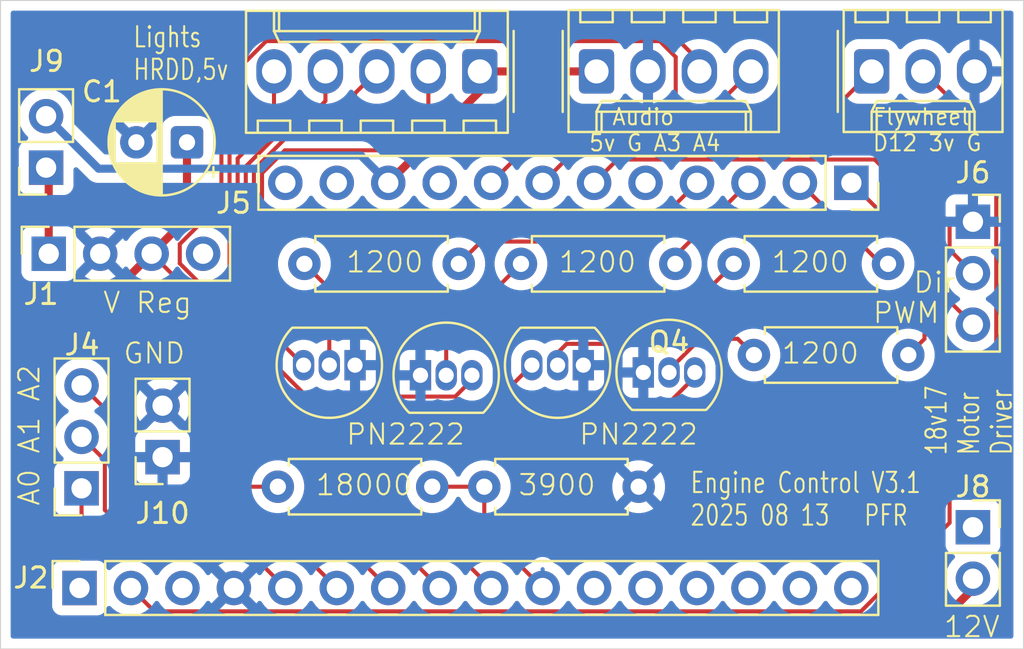
<source format=kicad_pcb>
(kicad_pcb (version 20241229) (generator "pcbnew") (generator_version "9.0")
  (layers (0 "F.Cu" signal) (2 "B.Cu" signal) (13 "F.Paste" user) (15 "B.Paste" user) (5 "F.SilkS" user "F.Silkscreen") (7 "B.SilkS" user "B.Silkscreen") (1 "F.Mask" user) (3 "B.Mask" user) (25 "Edge.Cuts" user))
  (net 0 "")
  (net 1 "+12P")
  (net 2 "GND")
  (net 3 "/5V")
  (net 5 "+3.3V")
  (net 6 "/A0")
  (net 9 "/A3")
  (net 11 "/A4")
  (net 12 "Net-(J2-Pin_10)")
  (net 16 "/A2")
  (net 18 "/A1")
  (net 20 "/5Volts")
  (net 22 "/RPS")
  (net 23 "Net-(J5-Pin_1)")
  (net 26 "Net-(J5-Pin_2)")
  (net 27 "/PWM")
  (net 28 "Net-(J5-Pin_3)")
  (net 29 "/DIR")
  (net 30 "Net-(J5-Pin_4)")
  (net 33 "/Ditchleft")
  (net 34 "/Rearlight")
  (net 35 "/DitchRight")
  (net 36 "/Headlight")
  (net 37 "Net-(Q1-B)")
  (net 38 "Net-(Q2-B)")
  (net 39 "Net-(Q3-B)")
  (net 40 "Net-(Q4-B)")
  (footprint "Connector_PinSocket_2.54mm:PinSocket_1x12_P2.54mm_Vertical" (layer "F.Cu") (at 142.5 75 -90)
    (property "Reference" "J5" (at 1 30.5 0) (layer "F.SilkS"))
    (property "Value" "Conn_01x12_Socket" (hide yes))
    (pad "1" thru_hole rect (at 0 0 270) (size 1.7 1.7) (drill 1) (layers "*.Cu" "*.Mask") (net 23 "Net-(J5-Pin_1)"))
    (pad "2" thru_hole circle (at 0 2.54 270) (size 1.7 1.7) (drill 1) (layers "*.Cu" "*.Mask") (net 26 "Net-(J5-Pin_2)"))
    (pad "3" thru_hole circle (at 0 5.08 270) (size 1.7 1.7) (drill 1) (layers "*.Cu" "*.Mask") (net 28 "Net-(J5-Pin_3)"))
    (pad "4" thru_hole circle (at 0 7.62 270) (size 1.7 1.7) (drill 1) (layers "*.Cu" "*.Mask") (net 30 "Net-(J5-Pin_4)"))
    (pad "5" thru_hole circle (at 0 10.16 270) (size 1.7 1.7) (drill 1) (layers "*.Cu" "*.Mask"))
    (pad "6" thru_hole circle (at 0 12.7 270) (size 1.7 1.7) (drill 1) (layers "*.Cu" "*.Mask") (net 27 "/PWM"))
    (pad "7" thru_hole circle (at 0 15.24 270) (size 1.7 1.7) (drill 1) (layers "*.Cu" "*.Mask") (net 29 "/DIR"))
    (pad "8" thru_hole circle (at 0 17.78 270) (size 1.7 1.7) (drill 1) (layers "*.Cu" "*.Mask") (net 22 "/RPS"))
    (pad "9" thru_hole circle (at 0 20.32 270) (size 1.7 1.7) (drill 1) (layers "*.Cu" "*.Mask"))
    (pad "10" thru_hole circle (at 0 22.86 270) (size 1.7 1.7) (drill 1) (layers "*.Cu" "*.Mask") (net 20 "/5Volts"))
    (pad "11" thru_hole circle (at 0 25.4 270) (size 1.7 1.7) (drill 1) (layers "*.Cu" "*.Mask"))
    (pad "12" thru_hole circle (at 0 27.94 270) (size 1.7 1.7) (drill 1) (layers "*.Cu" "*.Mask"))
  )
  (footprint "Connector_PinSocket_2.54mm:PinSocket_1x03_P2.54mm_Vertical" (layer "F.Cu") (at 148.5 76.92)
    (property "Reference" "J6" (at 0 -2.42 0) (layer "F.SilkS"))
    (property "Value" "Conn_01x03_Socket" (hide yes))
    (pad "1" thru_hole rect (at 0 0) (size 1.7 1.7) (drill 1) (layers "*.Cu" "*.Mask") (net 2 "GND"))
    (pad "2" thru_hole circle (at 0 2.54) (size 1.7 1.7) (drill 1) (layers "*.Cu" "*.Mask") (net 29 "/DIR"))
    (pad "3" thru_hole circle (at 0 5.08) (size 1.7 1.7) (drill 1) (layers "*.Cu" "*.Mask") (net 27 "/PWM"))
  )
  (footprint "Resistor_THT:R_Axial_DIN0207_L6.3mm_D2.5mm_P7.62mm_Horizontal" (layer "F.Cu") (at 145.31 83.5 180)
    (property "Reference" "R6" (hide yes))
    (property "Value" "R_Small" (hide yes))
    (pad "1" thru_hole circle (at 0 0 180) (size 1.6 1.6) (drill 0.8) (layers "*.Cu" "*.Mask") (net 23 "Net-(J5-Pin_1)"))
    (pad "2" thru_hole circle (at 7.62 0 180) (size 1.6 1.6) (drill 0.8) (layers "*.Cu" "*.Mask") (net 40 "Net-(Q4-B)"))
  )
  (footprint "Resistor_THT:R_Axial_DIN0207_L6.3mm_D2.5mm_P7.62mm_Horizontal" (layer "F.Cu") (at 123.12 79 180)
    (property "Reference" "R1" (hide yes))
    (property "Value" "R_Small" (hide yes))
    (pad "1" thru_hole circle (at 0 0 180) (size 1.6 1.6) (drill 0.8) (layers "*.Cu" "*.Mask") (net 30 "Net-(J5-Pin_4)"))
    (pad "2" thru_hole circle (at 7.62 0 180) (size 1.6 1.6) (drill 0.8) (layers "*.Cu" "*.Mask") (net 37 "Net-(Q1-B)"))
  )
  (footprint "Resistor_THT:R_Axial_DIN0207_L6.3mm_D2.5mm_P7.62mm_Horizontal" (layer "F.Cu") (at 114.19 90)
    (property "Reference" "R4" (hide yes))
    (property "Value" "R_Small" (hide yes))
    (pad "1" thru_hole circle (at 0 0) (size 1.6 1.6) (drill 0.8) (layers "*.Cu" "*.Mask") (net 1 "+12P"))
    (pad "2" thru_hole circle (at 7.62 0) (size 1.6 1.6) (drill 0.8) (layers "*.Cu" "*.Mask") (net 12 "Net-(J2-Pin_10)"))
  )
  (footprint "Resistor_THT:R_Axial_DIN0207_L6.3mm_D2.5mm_P7.62mm_Horizontal" (layer "F.Cu") (at 133.81 79 180)
    (property "Reference" "R2" (hide yes))
    (property "Value" "R_Small" (hide yes))
    (pad "1" thru_hole circle (at 0 0 180) (size 1.6 1.6) (drill 0.8) (layers "*.Cu" "*.Mask") (net 28 "Net-(J5-Pin_3)"))
    (pad "2" thru_hole circle (at 7.62 0 180) (size 1.6 1.6) (drill 0.8) (layers "*.Cu" "*.Mask") (net 38 "Net-(Q2-B)"))
  )
  (footprint "Package_TO_SOT_THT:TO-92_Inline" (layer "F.Cu") (at 132.23 84.36)
    (property "Reference" "Q4" (at 1.27 -1.5 0) (layer "F.SilkS"))
    (property "Value" "PN2222A" (hide yes))
    (pad "1" thru_hole rect (at 0 0) (size 1.05 1.5) (drill 0.75) (layers "*.Cu" "*.Mask") (net 2 "GND"))
    (pad "2" thru_hole oval (at 1.27 0) (size 1.05 1.5) (drill 0.75) (layers "*.Cu" "*.Mask") (net 40 "Net-(Q4-B)"))
    (pad "3" thru_hole oval (at 2.54 0) (size 1.05 1.5) (drill 0.75) (layers "*.Cu" "*.Mask") (net 36 "/Headlight"))
  )
  (footprint "Capacitor_THT:CP_Radial_D5.0mm_P2.50mm" (layer "F.Cu") (at 109.705113 73 180)
    (property "Reference" "C1" (at 4.205113 2.5 0) (layer "F.SilkS"))
    (property "Value" "C_Polarized_Small" (hide yes))
    (pad "1" thru_hole roundrect (at 0 0 180) (size 1.6 1.6) (drill 0.8) (layers "*.Cu" "*.Mask") (roundrect_rratio 0.15625) (net 1 "+12P"))
    (pad "2" thru_hole circle (at 2.5 0 180) (size 1.6 1.6) (drill 0.8) (layers "*.Cu" "*.Mask") (net 2 "GND"))
  )
  (footprint "Connector_Molex:Molex_KK-254_AE-6410-04A_1x04_P2.54mm_Vertical" (layer "F.Cu") (at 129.92 69.5)
    (property "Reference" "J3" (hide yes))
    (property "Value" "Conn_01x04_Socket" (hide yes))
    (pad "1" thru_hole roundrect (at 0 0) (size 1.74 2.19) (drill 1.19) (layers "*.Cu" "*.Mask") (roundrect_rratio 0.143678) (net 20 "/5Volts"))
    (pad "2" thru_hole oval (at 2.54 0) (size 1.74 2.19) (drill 1.19) (layers "*.Cu" "*.Mask") (net 2 "GND"))
    (pad "3" thru_hole oval (at 5.08 0) (size 1.74 2.19) (drill 1.19) (layers "*.Cu" "*.Mask") (net 9 "/A3"))
    (pad "4" thru_hole oval (at 7.62 0) (size 1.74 2.19) (drill 1.19) (layers "*.Cu" "*.Mask") (net 11 "/A4"))
  )
  (footprint "Connector_Molex:Molex_KK-254_AE-6410-03A_1x03_P2.54mm_Vertical" (layer "F.Cu") (at 143.5 69.5)
    (property "Reference" "J7" (hide yes))
    (property "Value" "Conn_01x03_Socket" (hide yes))
    (pad "1" thru_hole roundrect (at 0 0) (size 1.74 2.19) (drill 1.19) (layers "*.Cu" "*.Mask") (roundrect_rratio 0.143678) (net 22 "/RPS"))
    (pad "2" thru_hole oval (at 2.54 0) (size 1.74 2.19) (drill 1.19) (layers "*.Cu" "*.Mask") (net 5 "+3.3V"))
    (pad "3" thru_hole oval (at 5.08 0) (size 1.74 2.19) (drill 1.19) (layers "*.Cu" "*.Mask") (net 2 "GND"))
  )
  (footprint "Package_TO_SOT_THT:TO-92_Inline" (layer "F.Cu") (at 121.23 84.5)
    (property "Reference" "Q2" (hide yes))
    (property "Value" "PN2222A" (hide yes))
    (pad "1" thru_hole rect (at 0 0) (size 1.05 1.5) (drill 0.75) (layers "*.Cu" "*.Mask") (net 2 "GND"))
    (pad "2" thru_hole oval (at 1.27 0) (size 1.05 1.5) (drill 0.75) (layers "*.Cu" "*.Mask") (net 38 "Net-(Q2-B)"))
    (pad "3" thru_hole oval (at 2.54 0) (size 1.05 1.5) (drill 0.75) (layers "*.Cu" "*.Mask") (net 33 "/Ditchleft"))
  )
  (footprint "Connector_PinSocket_2.54mm:PinSocket_1x03_P2.54mm_Vertical" (layer "F.Cu") (at 104.5 90.08 180)
    (property "Reference" "J4" (at -0.025 7.08 0) (layer "F.SilkS"))
    (property "Value" "Conn_01x03_Socket" (hide yes))
    (pad "1" thru_hole rect (at 0 0 180) (size 1.7 1.7) (drill 1) (layers "*.Cu" "*.Mask") (net 6 "/A0"))
    (pad "2" thru_hole circle (at 0 2.54 180) (size 1.7 1.7) (drill 1) (layers "*.Cu" "*.Mask") (net 18 "/A1"))
    (pad "3" thru_hole circle (at 0 5.08 180) (size 1.7 1.7) (drill 1) (layers "*.Cu" "*.Mask") (net 16 "/A2"))
  )
  (footprint "Connector_PinSocket_2.54mm:PinSocket_1x04_P2.54mm_Vertical" (layer "F.Cu") (at 102.88 78.5 90)
    (property "Reference" "J1" (at -2 -0.38 0) (layer "F.SilkS"))
    (property "Value" "Conn_01x04_Socket" (hide yes))
    (pad "1" thru_hole rect (at 0 0 90) (size 1.7 1.7) (drill 1) (layers "*.Cu" "*.Mask") (net 3 "/5V"))
    (pad "2" thru_hole circle (at 0 2.54 90) (size 1.7 1.7) (drill 1) (layers "*.Cu" "*.Mask") (net 2 "GND"))
    (pad "3" thru_hole circle (at 0 5.08 90) (size 1.7 1.7) (drill 1) (layers "*.Cu" "*.Mask") (net 1 "+12P"))
    (pad "4" thru_hole circle (at 0 7.62 90) (size 1.7 1.7) (drill 1) (layers "*.Cu" "*.Mask"))
  )
  (footprint "Connector_PinSocket_2.54mm:PinSocket_1x16_P2.54mm_Vertical" (layer "F.Cu") (at 104.4 95 90)
    (property "Reference" "J2" (at 0.5 -2.4 0) (layer "F.SilkS"))
    (property "Value" "Conn_01x16_Socket" (hide yes))
    (pad "1" thru_hole rect (at 0 0 90) (size 1.7 1.7) (drill 1) (layers "*.Cu" "*.Mask"))
    (pad "2" thru_hole circle (at 0 2.54 90) (size 1.7 1.7) (drill 1) (layers "*.Cu" "*.Mask") (net 5 "+3.3V"))
    (pad "3" thru_hole circle (at 0 5.08 90) (size 1.7 1.7) (drill 1) (layers "*.Cu" "*.Mask"))
    (pad "4" thru_hole circle (at 0 7.62 90) (size 1.7 1.7) (drill 1) (layers "*.Cu" "*.Mask") (net 2 "GND"))
    (pad "5" thru_hole circle (at 0 10.16 90) (size 1.7 1.7) (drill 1) (layers "*.Cu" "*.Mask") (net 6 "/A0"))
    (pad "6" thru_hole circle (at 0 12.7 90) (size 1.7 1.7) (drill 1) (layers "*.Cu" "*.Mask") (net 18 "/A1"))
    (pad "7" thru_hole circle (at 0 15.24 90) (size 1.7 1.7) (drill 1) (layers "*.Cu" "*.Mask") (net 16 "/A2"))
    (pad "8" thru_hole circle (at 0 17.78 90) (size 1.7 1.7) (drill 1) (layers "*.Cu" "*.Mask") (net 9 "/A3"))
    (pad "9" thru_hole circle (at 0 20.32 90) (size 1.7 1.7) (drill 1) (layers "*.Cu" "*.Mask") (net 11 "/A4"))
    (pad "10" thru_hole circle (at 0 22.86 90) (size 1.7 1.7) (drill 1) (layers "*.Cu" "*.Mask") (net 12 "Net-(J2-Pin_10)"))
    (pad "11" thru_hole circle (at 0 25.4 90) (size 1.7 1.7) (drill 1) (layers "*.Cu" "*.Mask"))
    (pad "12" thru_hole circle (at 0 27.94 90) (size 1.7 1.7) (drill 1) (layers "*.Cu" "*.Mask"))
    (pad "13" thru_hole circle (at 0 30.48 90) (size 1.7 1.7) (drill 1) (layers "*.Cu" "*.Mask"))
    (pad "14" thru_hole circle (at 0 33.02 90) (size 1.7 1.7) (drill 1) (layers "*.Cu" "*.Mask"))
    (pad "15" thru_hole circle (at 0 35.56 90) (size 1.7 1.7) (drill 1) (layers "*.Cu" "*.Mask"))
    (pad "16" thru_hole circle (at 0 38.1 90) (size 1.7 1.7) (drill 1) (layers "*.Cu" "*.Mask"))
  )
  (footprint "Connector_PinSocket_2.54mm:PinSocket_1x02_P2.54mm_Vertical" (layer "F.Cu") (at 102.75 74.25 180)
    (property "Reference" "J9" (at -0.025 5.25 0) (layer "F.SilkS"))
    (property "Value" "Conn_01x02_Socket" (hide yes))
    (pad "1" thru_hole rect (at 0 0 180) (size 1.7 1.7) (drill 1) (layers "*.Cu" "*.Mask") (net 3 "/5V"))
    (pad "2" thru_hole circle (at 0 2.54 180) (size 1.7 1.7) (drill 1) (layers "*.Cu" "*.Mask") (net 20 "/5Volts"))
  )
  (footprint "Connector_Molex:Molex_KK-254_AE-6410-05A_1x05_P2.54mm_Vertical" (layer "F.Cu") (at 124.16 69.5 180)
    (property "Reference" "J11" (hide yes))
    (property "Value" "Conn_01x05_Socket" (hide yes))
    (pad "1" thru_hole roundrect (at 0 0 180) (size 1.74 2.19) (drill 1.19) (layers "*.Cu" "*.Mask") (roundrect_rratio 0.143678) (net 20 "/5Volts"))
    (pad "2" thru_hole oval (at 2.54 0 180) (size 1.74 2.19) (drill 1.19) (layers "*.Cu" "*.Mask") (net 35 "/DitchRight"))
    (pad "3" thru_hole oval (at 5.08 0 180) (size 1.74 2.19) (drill 1.19) (layers "*.Cu" "*.Mask") (net 33 "/Ditchleft"))
    (pad "4" thru_hole oval (at 7.62 0 180) (size 1.74 2.19) (drill 1.19) (layers "*.Cu" "*.Mask") (net 34 "/Rearlight"))
    (pad "5" thru_hole oval (at 10.16 0 180) (size 1.74 2.19) (drill 1.19) (layers "*.Cu" "*.Mask") (net 36 "/Headlight"))
  )
  (footprint "Resistor_THT:R_Axial_DIN0207_L6.3mm_D2.5mm_P7.62mm_Horizontal" (layer "F.Cu") (at 124.38 90)
    (property "Reference" "R3" (hide yes))
    (property "Value" "R_Small" (hide yes))
    (pad "1" thru_hole circle (at 0 0) (size 1.6 1.6) (drill 0.8) (layers "*.Cu" "*.Mask") (net 12 "Net-(J2-Pin_10)"))
    (pad "2" thru_hole circle (at 7.62 0) (size 1.6 1.6) (drill 0.8) (layers "*.Cu" "*.Mask") (net 2 "GND"))
  )
  (footprint "Connector_PinSocket_2.54mm:PinSocket_1x02_P2.54mm_Vertical" (layer "F.Cu") (at 108.5 88.54 180)
    (property "Reference" "J10" (at 0 -2.77 0) (layer "F.SilkS"))
    (property "Value" "Conn_01x02_Socket" (hide yes))
    (pad "1" thru_hole rect (at 0 0 180) (size 1.7 1.7) (drill 1) (layers "*.Cu" "*.Mask") (net 2 "GND"))
    (pad "2" thru_hole circle (at 0 2.54 180) (size 1.7 1.7) (drill 1) (layers "*.Cu" "*.Mask") (net 2 "GND"))
  )
  (footprint "Connector_PinSocket_2.54mm:PinSocket_1x02_P2.54mm_Vertical" (layer "F.Cu") (at 148.5 92)
    (property "Reference" "J8" (at 0 -2 0) (layer "F.SilkS"))
    (property "Value" "Conn_01x02_Socket" (hide yes))
    (pad "1" thru_hole rect (at 0 0) (size 1.7 1.7) (drill 1) (layers "*.Cu" "*.Mask"))
    (pad "2" thru_hole circle (at 0 2.54) (size 1.7 1.7) (drill 1) (layers "*.Cu" "*.Mask") (net 1 "+12P"))
  )
  (footprint "Package_TO_SOT_THT:TO-92_Inline" (layer "F.Cu") (at 118 84 180)
    (property "Reference" "Q1" (hide yes))
    (property "Value" "PN2222A" (hide yes))
    (pad "1" thru_hole rect (at 0 0 180) (size 1.05 1.5) (drill 0.75) (layers "*.Cu" "*.Mask") (net 2 "GND"))
    (pad "2" thru_hole oval (at 1.27 0 180) (size 1.05 1.5) (drill 0.75) (layers "*.Cu" "*.Mask") (net 37 "Net-(Q1-B)"))
    (pad "3" thru_hole oval (at 2.54 0 180) (size 1.05 1.5) (drill 0.75) (layers "*.Cu" "*.Mask") (net 35 "/DitchRight"))
  )
  (footprint "Resistor_THT:R_Axial_DIN0207_L6.3mm_D2.5mm_P7.62mm_Horizontal" (layer "F.Cu") (at 144.31 79 180)
    (property "Reference" "R5" (hide yes))
    (property "Value" "R_Small" (hide yes))
    (pad "1" thru_hole circle (at 0 0 180) (size 1.6 1.6) (drill 0.8) (layers "*.Cu" "*.Mask") (net 26 "Net-(J5-Pin_2)"))
    (pad "2" thru_hole circle (at 7.62 0 180) (size 1.6 1.6) (drill 0.8) (layers "*.Cu" "*.Mask") (net 39 "Net-(Q3-B)"))
  )
  (footprint "Package_TO_SOT_THT:TO-92_Inline" (layer "F.Cu") (at 129.27 84 180)
    (property "Reference" "Q3" (hide yes))
    (property "Value" "PN2222A" (hide yes))
    (pad "1" thru_hole rect (at 0 0 180) (size 1.05 1.5) (drill 0.75) (layers "*.Cu" "*.Mask") (net 2 "GND"))
    (pad "2" thru_hole oval (at 1.27 0 180) (size 1.05 1.5) (drill 0.75) (layers "*.Cu" "*.Mask") (net 39 "Net-(Q3-B)"))
    (pad "3" thru_hole oval (at 2.54 0 180) (size 1.05 1.5) (drill 0.75) (layers "*.Cu" "*.Mask") (net 34 "/Rearlight"))
  )
  (gr_rect (start 100.5 66) (end 151 98) (stroke (width 0.05)) (fill no) (layer "Edge.Cuts"))
  (gr_text "Engine Control V3.1\n2025 08 13   PFR" (at 134.5 92 0) (layer "F.SilkS") (effects (font (size 1 0.75) (thickness 0.1)) (justify left bottom)))
  (gr_text "Lights\nHRDD,5v" (at 107 70 0) (layer "F.SilkS") (effects (font (size 1 0.75) (thickness 0.1)) (justify left bottom)))
  (gr_text "1200" (at 138.5 79.5 0) (layer "F.SilkS") (effects (font (size 1 1) (thickness 0.1)) (justify left bottom)))
  (gr_text "18000" (at 116 90.5 0) (layer "F.SilkS") (effects (font (size 1 1) (thickness 0.1)) (justify left bottom)))
  (gr_text "1200" (at 139 84 0) (layer "F.SilkS") (effects (font (size 1 1) (thickness 0.1)) (justify left bottom)))
  (gr_text "Dir" (at 145.5 80.5 0) (layer "F.SilkS") (effects (font (size 1 1) (thickness 0.1)) (justify left bottom)))
  (gr_text "PN2222" (at 117.5 88 0) (layer "F.SilkS") (effects (font (size 1 1) (thickness 0.1)) (justify left bottom)))
  (gr_text "GND" (at 106.5 84 0) (layer "F.SilkS") (effects (font (size 1 1) (thickness 0.1)) (justify left bottom)))
  (gr_text "1200" (at 128 79.5 0) (layer "F.SilkS") (effects (font (size 1 1) (thickness 0.1)) (justify left bottom)))
  (gr_text "1200" (at 117.5 79.5 0) (layer "F.SilkS") (effects (font (size 1 1) (thickness 0.1)) (justify left bottom)))
  (gr_text "PWM" (at 143.5 82 0) (layer "F.SilkS") (effects (font (size 1 1) (thickness 0.1)) (justify left bottom)))
  (gr_text "3900" (at 126 90.5 0) (layer "F.SilkS") (effects (font (size 1 1) (thickness 0.1)) (justify left bottom)))
  (gr_text "A0 A1 A2" (at 102.5 91 90) (layer "F.SilkS") (effects (font (size 1 1) (thickness 0.1)) (justify left bottom)))
  (gr_text "Flywheel\nD12 3v G" (at 143.5 73.5 0) (layer "F.SilkS") (effects (font (size 0.8 0.75) (thickness 0.1)) (justify left bottom)))
  (gr_text "12V" (at 147 97.5 0) (layer "F.SilkS") (effects (font (size 1 1) (thickness 0.1)) (justify left bottom)))
  (gr_text "PN2222" (at 129 88 0) (layer "F.SilkS") (effects (font (size 1 1) (thickness 0.1)) (justify left bottom)))
  (gr_text "V Reg" (at 105.5 81.5 0) (layer "F.SilkS") (effects (font (size 1 1) (thickness 0.1)) (justify left bottom)))
  (gr_text "18v17\nMotor\nDriver" (at 150.5 88.5 90) (layer "F.SilkS") (effects (font (size 1 0.75) (thickness 0.1)) (justify left bottom)))
  (gr_text "  Audio\n5v G A3 A4" (at 129.5 73.5 0) (layer "F.SilkS") (effects (font (size 0.8 0.75) (thickness 0.1)) (justify left bottom)))
  (segment (start 146.54 97) (end 101.5 97) (width 0.4) (layer "F.Cu") (net 1))
  (segment (start 101.5 84.96) (end 107.96 78.5) (width 0.4) (layer "F.Cu") (net 1))
  (segment (start 101.5 97) (end 101.5 84.96) (width 0.4) (layer "F.Cu") (net 1))
  (segment (start 112 90) (end 110.5 88.5) (width 0.2) (layer "F.Cu") (net 1))
  (segment (start 114.19 90) (end 112 90) (width 0.2) (layer "F.Cu") (net 1))
  (segment (start 110.5 88.5) (end 110.5 81.04) (width 0.2) (layer "F.Cu") (net 1))
  (segment (start 109.705113 73) (end 109.705113 76.754887) (width 0.4) (layer "F.Cu") (net 1))
  (segment (start 148.5 95.04) (end 146.54 97) (width 0.4) (layer "F.Cu") (net 1))
  (segment (start 110.5 81.04) (end 107.96 78.5) (width 0.2) (layer "F.Cu") (net 1))
  (segment (start 109.705113 76.754887) (end 107.96 78.5) (width 0.4) (layer "F.Cu") (net 1))
  (segment (start 102.88 78.5) (end 102.88 74.38) (width 0.4) (layer "F.Cu") (net 3))
  (segment (start 102.88 74.38) (end 102.75 74.25) (width 0.2) (layer "F.Cu") (net 3))
  (segment (start 149.651 83.349) (end 149.651 73.111) (width 0.2) (layer "F.Cu") (net 5))
  (segment (start 106.94 95) (end 108.091 96.151) (width 0.2) (layer "F.Cu") (net 5))
  (segment (start 147.349 85.651) (end 149.651 83.349) (width 0.2) (layer "F.Cu") (net 5))
  (segment (start 147.349 91.77876) (end 147.349 85.651) (width 0.2) (layer "F.Cu") (net 5))
  (segment (start 108.091 96.151) (end 142.97676 96.151) (width 0.2) (layer "F.Cu") (net 5))
  (segment (start 142.97676 96.151) (end 147.349 91.77876) (width 0.2) (layer "F.Cu") (net 5))
  (segment (start 149.651 73.111) (end 146.04 69.5) (width 0.2) (layer "F.Cu") (net 5))
  (segment (start 114.56 95) (end 112.56 93) (width 0.2) (layer "F.Cu") (net 6))
  (segment (start 105.5 93) (end 104.5 92) (width 0.2) (layer "F.Cu") (net 6))
  (segment (start 112.56 93) (end 105.5 93) (width 0.2) (layer "F.Cu") (net 6))
  (segment (start 104.5 92) (end 104.5 90.08) (width 0.2) (layer "F.Cu") (net 6))
  (segment (start 113.448856 67.603) (end 133.603 67.603) (width 0.2) (layer "F.Cu") (net 9))
  (segment (start 109.349 78.97676) (end 109.349 78.02324) (width 0.2) (layer "F.Cu") (net 9))
  (segment (start 111.404 75.96824) (end 111.404 69.647856) (width 0.2) (layer "F.Cu") (net 9))
  (segment (start 135 69) (end 135 69.5) (width 0.2) (layer "F.Cu") (net 9))
  (segment (start 111.404 69.647856) (end 113.448856 67.603) (width 0.2) (layer "F.Cu") (net 9))
  (segment (start 109.349 78.02324) (end 111.404 75.96824) (width 0.2) (layer "F.Cu") (net 9))
  (segment (start 122.18 95) (end 110.97676 83.79676) (width 0.2) (layer "F.Cu") (net 9))
  (segment (start 110.97676 80.60452) (end 109.349 78.97676) (width 0.2) (layer "F.Cu") (net 9))
  (segment (start 110.97676 83.79676) (end 110.97676 80.60452) (width 0.2) (layer "F.Cu") (net 9))
  (segment (start 133.603 67.603) (end 135 69) (width 0.2) (layer "F.Cu") (net 9))
  (segment (start 111.805 69.813956) (end 113.614956 68.004) (width 0.2) (layer "F.Cu") (net 11))
  (segment (start 124.72 95) (end 120.821 91.101) (width 0.2) (layer "F.Cu") (net 11))
  (segment (start 119.46656 91.101) (end 111.805 83.43944) (width 0.2) (layer "F.Cu") (net 11))
  (segment (start 113.614956 68.004) (end 133.043044 68.004) (width 0.2) (layer "F.Cu") (net 11))
  (segment (start 133.829 68.789956) (end 133.829 71.829) (width 0.2) (layer "F.Cu") (net 11))
  (segment (start 111.805 83.43944) (end 111.805 69.813956) (width 0.2) (layer "F.Cu") (net 11))
  (segment (start 135.04 72) (end 137.54 69.5) (width 0.2) (layer "F.Cu") (net 11))
  (segment (start 133.829 71.829) (end 134 72) (width 0.2) (layer "F.Cu") (net 11))
  (segment (start 134 72) (end 135.04 72) (width 0.2) (layer "F.Cu") (net 11))
  (segment (start 120.821 91.101) (end 119.46656 91.101) (width 0.2) (layer "F.Cu") (net 11))
  (segment (start 133.043044 68.004) (end 133.829 68.789956) (width 0.2) (layer "F.Cu") (net 11))
  (segment (start 124.38 90) (end 124.38 92.12) (width 0.2) (layer "F.Cu") (net 12))
  (segment (start 121.81 90) (end 124.38 90) (width 0.2) (layer "F.Cu") (net 12))
  (segment (start 124.38 92.12) (end 127.26 95) (width 0.2) (layer "F.Cu") (net 12))
  (segment (start 127.26 94.07) (end 127.26 95) (width 0.2) (layer "B.Cu") (net 12))
  (segment (start 116.64 92) (end 107.5 92) (width 0.2) (layer "F.Cu") (net 16))
  (segment (start 106.5 91) (end 106.5 87) (width 0.2) (layer "F.Cu") (net 16))
  (segment (start 106.5 87) (end 104.5 85) (width 0.2) (layer "F.Cu") (net 16))
  (segment (start 119.64 95) (end 116.64 92) (width 0.2) (layer "F.Cu") (net 16))
  (segment (start 107.5 92) (end 106.5 91) (width 0.2) (layer "F.Cu") (net 16))
  (segment (start 117.1 95) (end 114.501 92.401) (width 0.2) (layer "F.Cu") (net 18))
  (segment (start 105.651 88.691) (end 104.5 87.54) (width 0.2) (layer "F.Cu") (net 18))
  (segment (start 114.501 92.401) (end 106.901 92.401) (width 0.2) (layer "F.Cu") (net 18))
  (segment (start 106.901 92.401) (end 105.651 91.151) (width 0.2) (layer "F.Cu") (net 18))
  (segment (start 105.651 91.151) (end 105.651 88.691) (width 0.2) (layer "F.Cu") (net 18))
  (segment (start 119.64 75) (end 124.16 70.48) (width 0.4) (layer "F.Cu") (net 20))
  (segment (start 124.16 69.5) (end 129.92 69.5) (width 0.4) (layer "F.Cu") (net 20))
  (segment (start 124.16 70.48) (end 124.16 69.5) (width 0.4) (layer "F.Cu") (net 20))
  (segment (start 118.289 73.649) (end 119.64 75) (width 0.4) (layer "B.Cu") (net 20))
  (segment (start 114.000397 73.649) (end 118.289 73.649) (width 0.4) (layer "B.Cu") (net 20))
  (segment (start 102.75 71.71) (end 105.341 74.301) (width 0.4) (layer "B.Cu") (net 20))
  (segment (start 113.348397 74.301) (end 114.000397 73.649) (width 0.4) (layer "B.Cu") (net 20))
  (segment (start 105.341 74.301) (end 113.348397 74.301) (width 0.4) (layer "B.Cu") (net 20))
  (segment (start 126.72 73) (end 140 73) (width 0.2) (layer "F.Cu") (net 22))
  (segment (start 140 73) (end 143.5 69.5) (width 0.2) (layer "F.Cu") (net 22))
  (segment (start 124.72 75) (end 126.72 73) (width 0.2) (layer "F.Cu") (net 22))
  (segment (start 146.109999 78.609999) (end 146.109999 82.700001) (width 0.2) (layer "F.Cu") (net 23))
  (segment (start 142.5 75) (end 146.109999 78.609999) (width 0.2) (layer "F.Cu") (net 23))
  (segment (start 146.109999 82.700001) (end 145.31 83.5) (width 0.2) (layer "F.Cu") (net 23))
  (segment (start 139.96 75) (end 143.96 79) (width 0.2) (layer "F.Cu") (net 26))
  (segment (start 143.96 79) (end 144.31 79) (width 0.2) (layer "F.Cu") (net 26))
  (segment (start 130.951 73.849) (end 143.651 73.849) (width 0.2) (layer "F.Cu") (net 27))
  (segment (start 146.510999 76.708999) (end 146.510999 81) (width 0.2) (layer "F.Cu") (net 27))
  (segment (start 146.510999 81) (end 147.5 81) (width 0.2) (layer "F.Cu") (net 27))
  (segment (start 143.651 73.849) (end 146.510999 76.708999) (width 0.2) (layer "F.Cu") (net 27))
  (segment (start 129.8 75) (end 130.951 73.849) (width 0.2) (layer "F.Cu") (net 27))
  (segment (start 147.5 81) (end 148.5 82) (width 0.2) (layer "F.Cu") (net 27))
  (segment (start 137.42 75) (end 133.81 78.61) (width 0.2) (layer "F.Cu") (net 28))
  (segment (start 133.81 78.61) (end 133.81 79) (width 0.2) (layer "F.Cu") (net 28))
  (segment (start 127.26 75) (end 128.812 73.448) (width 0.2) (layer "F.Cu") (net 29))
  (segment (start 143.8171 73.448) (end 147.349 76.9799) (width 0.2) (layer "F.Cu") (net 29))
  (segment (start 147.349 76.9799) (end 147.349 78.309) (width 0.2) (layer "F.Cu") (net 29))
  (segment (start 128.812 73.448) (end 143.8171 73.448) (width 0.2) (layer "F.Cu") (net 29))
  (segment (start 147.349 78.309) (end 148.5 79.46) (width 0.2) (layer "F.Cu") (net 29))
  (segment (start 131.981 77.899) (end 124.221 77.899) (width 0.2) (layer "F.Cu") (net 30))
  (segment (start 134.88 75) (end 131.981 77.899) (width 0.2) (layer "F.Cu") (net 30))
  (segment (start 124.221 77.899) (end 123.12 79) (width 0.2) (layer "F.Cu") (net 30))
  (segment (start 113.008 82.94114) (end 113.008 74.35714) (width 0.2) (layer "F.Cu") (net 33))
  (segment (start 114.86514 72.5) (end 118 72.5) (width 0.2) (layer "F.Cu") (net 33))
  (segment (start 123.77 84.725) (end 122.944 85.551) (width 0.2) (layer "F.Cu") (net 33))
  (segment (start 122.944 85.551) (end 115.61786 85.551) (width 0.2) (layer "F.Cu") (net 33))
  (segment (start 113.008 74.35714) (end 114.86514 72.5) (width 0.2) (layer "F.Cu") (net 33))
  (segment (start 118 70.58) (end 119.08 69.5) (width 0.2) (layer "F.Cu") (net 33))
  (segment (start 123.77 84.5) (end 123.77 84.725) (width 0.2) (layer "F.Cu") (net 33))
  (segment (start 115.61786 85.551) (end 113.008 82.94114) (width 0.2) (layer "F.Cu") (net 33))
  (segment (start 118 72.5) (end 118 70.58) (width 0.2) (layer "F.Cu") (net 33))
  (segment (start 112.607 74.19104) (end 114.79804 72) (width 0.2) (layer "F.Cu") (net 34))
  (segment (start 112.607 83.10724) (end 112.607 74.19104) (width 0.2) (layer "F.Cu") (net 34))
  (segment (start 124.778 85.952) (end 115.45176 85.952) (width 0.2) (layer "F.Cu") (net 34))
  (segment (start 116.54 70.96) (end 116.54 69.5) (width 0.2) (layer "F.Cu") (net 34))
  (segment (start 126.73 84) (end 124.778 85.952) (width 0.2) (layer "F.Cu") (net 34))
  (segment (start 114.79804 72) (end 115.5 72) (width 0.2) (layer "F.Cu") (net 34))
  (segment (start 115.45176 85.952) (end 112.607 83.10724) (width 0.2) (layer "F.Cu") (net 34))
  (segment (start 115.5 72) (end 116.54 70.96) (width 0.2) (layer "F.Cu") (net 34))
  (segment (start 114.537211 73.395029) (end 120.395029 73.395029) (width 0.2) (layer "F.Cu") (net 35))
  (segment (start 120.395029 73.395029) (end 121.62 72.170058) (width 0.2) (layer "F.Cu") (net 35))
  (segment (start 121.62 72.170058) (end 121.62 69.5) (width 0.2) (layer "F.Cu") (net 35))
  (segment (start 113.409 81.949) (end 113.409 74.52324) (width 0.2) (layer "F.Cu") (net 35))
  (segment (start 113.409 74.52324) (end 114.537211 73.395029) (width 0.2) (layer "F.Cu") (net 35))
  (segment (start 115.46 84) (end 113.409 81.949) (width 0.2) (layer "F.Cu") (net 35))
  (segment (start 133.002 86.353) (end 115.28566 86.353) (width 0.2) (layer "F.Cu") (net 36))
  (segment (start 114 72) (end 114 69.5) (width 0.2) (layer "F.Cu") (net 36))
  (segment (start 115.28566 86.353) (end 112.206 83.27334) (width 0.2) (layer "F.Cu") (net 36))
  (segment (start 112.206 73.794) (end 114 72) (width 0.2) (layer "F.Cu") (net 36))
  (segment (start 112.206 83.27334) (end 112.206 73.794) (width 0.2) (layer "F.Cu") (net 36))
  (segment (start 134.77 84.585) (end 133.002 86.353) (width 0.2) (layer "F.Cu") (net 36))
  (segment (start 134.77 84.36) (end 134.77 84.585) (width 0.2) (layer "F.Cu") (net 36))
  (segment (start 115.5 79) (end 116.73 80.23) (width 0.2) (layer "F.Cu") (net 37))
  (segment (start 116.73 80.23) (end 116.73 84) (width 0.2) (layer "F.Cu") (net 37))
  (segment (start 122.5 82.69) (end 122.5 84.5) (width 0.2) (layer "F.Cu") (net 38))
  (segment (start 126.19 79) (end 122.5 82.69) (width 0.2) (layer "F.Cu") (net 38))
  (segment (start 136.69 79) (end 132.741 82.949) (width 0.2) (layer "F.Cu") (net 39))
  (segment (start 132.741 82.949) (end 128.444 82.949) (width 0.2) (layer "F.Cu") (net 39))
  (segment (start 128.444 82.949) (end 128 83.393) (width 0.2) (layer "F.Cu") (net 39))
  (segment (start 128 83.393) (end 128 84) (width 0.2) (layer "F.Cu") (net 39))
  (segment (start 135.036859 82.700001) (end 133.5 84.23686) (width 0.2) (layer "F.Cu") (net 40))
  (segment (start 137.69 83.5) (end 136.890001 82.700001) (width 0.2) (layer "F.Cu") (net 40))
  (segment (start 136.890001 82.700001) (end 135.036859 82.700001) (width 0.2) (layer "F.Cu") (net 40))
  (segment (start 133.5 84.23686) (end 133.5 84.36) (width 0.2) (layer "F.Cu") (net 40))
  (zone (net 2) (net_name "GND") (layer "B.Cu") (name "Ground") (connect_pads (clearance 0.5)) (min_thickness 0.25) (fill yes (thermal_gap 0.5) (thermal_bridge_width 0.5))
    (polygon (pts (xy 100.5 66) (xy 151 66) (xy 151 98) (xy 100.5 98)))
  )
)
</source>
